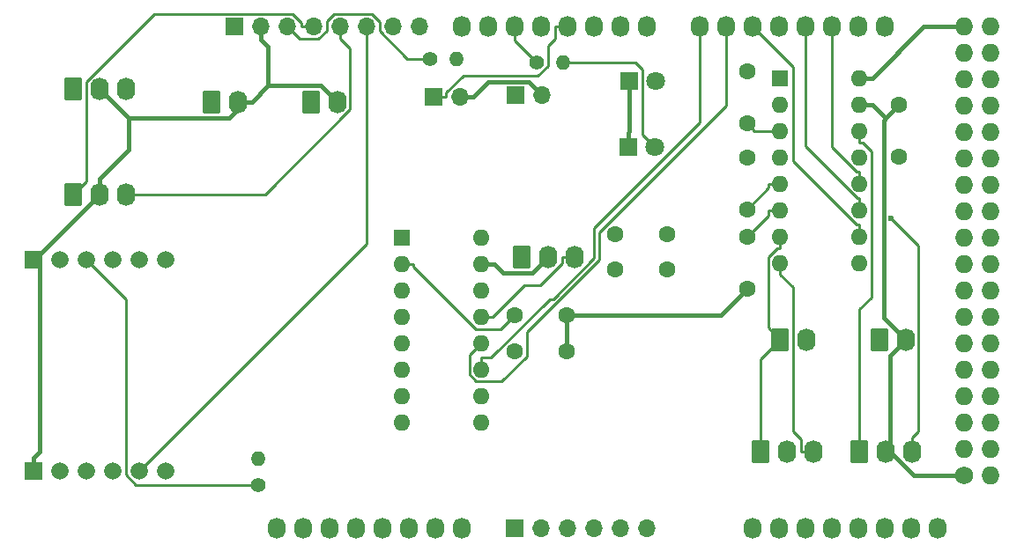
<source format=gbr>
G04 #@! TF.GenerationSoftware,KiCad,Pcbnew,(6.0.7-1)-1*
G04 #@! TF.CreationDate,2023-05-21T11:06:02+10:00*
G04 #@! TF.ProjectId,Arduino to Dual Serial,41726475-696e-46f2-9074-6f204475616c,rev?*
G04 #@! TF.SameCoordinates,Original*
G04 #@! TF.FileFunction,Copper,L2,Bot*
G04 #@! TF.FilePolarity,Positive*
%FSLAX46Y46*%
G04 Gerber Fmt 4.6, Leading zero omitted, Abs format (unit mm)*
G04 Created by KiCad (PCBNEW (6.0.7-1)-1) date 2023-05-21 11:06:02*
%MOMM*%
%LPD*%
G01*
G04 APERTURE LIST*
G04 Aperture macros list*
%AMRoundRect*
0 Rectangle with rounded corners*
0 $1 Rounding radius*
0 $2 $3 $4 $5 $6 $7 $8 $9 X,Y pos of 4 corners*
0 Add a 4 corners polygon primitive as box body*
4,1,4,$2,$3,$4,$5,$6,$7,$8,$9,$2,$3,0*
0 Add four circle primitives for the rounded corners*
1,1,$1+$1,$2,$3*
1,1,$1+$1,$4,$5*
1,1,$1+$1,$6,$7*
1,1,$1+$1,$8,$9*
0 Add four rect primitives between the rounded corners*
20,1,$1+$1,$2,$3,$4,$5,0*
20,1,$1+$1,$4,$5,$6,$7,0*
20,1,$1+$1,$6,$7,$8,$9,0*
20,1,$1+$1,$8,$9,$2,$3,0*%
G04 Aperture macros list end*
G04 #@! TA.AperFunction,ComponentPad*
%ADD10C,1.727200*%
G04 #@! TD*
G04 #@! TA.AperFunction,ComponentPad*
%ADD11O,1.727200X1.727200*%
G04 #@! TD*
G04 #@! TA.AperFunction,ComponentPad*
%ADD12O,1.727200X2.032000*%
G04 #@! TD*
G04 #@! TA.AperFunction,ComponentPad*
%ADD13R,1.700000X1.700000*%
G04 #@! TD*
G04 #@! TA.AperFunction,ComponentPad*
%ADD14O,1.700000X1.700000*%
G04 #@! TD*
G04 #@! TA.AperFunction,ComponentPad*
%ADD15R,1.800000X1.800000*%
G04 #@! TD*
G04 #@! TA.AperFunction,ComponentPad*
%ADD16C,1.800000*%
G04 #@! TD*
G04 #@! TA.AperFunction,ComponentPad*
%ADD17C,1.400000*%
G04 #@! TD*
G04 #@! TA.AperFunction,ComponentPad*
%ADD18O,1.400000X1.400000*%
G04 #@! TD*
G04 #@! TA.AperFunction,ComponentPad*
%ADD19C,1.600000*%
G04 #@! TD*
G04 #@! TA.AperFunction,ComponentPad*
%ADD20RoundRect,0.250000X-0.620000X-0.845000X0.620000X-0.845000X0.620000X0.845000X-0.620000X0.845000X0*%
G04 #@! TD*
G04 #@! TA.AperFunction,ComponentPad*
%ADD21O,1.740000X2.190000*%
G04 #@! TD*
G04 #@! TA.AperFunction,ComponentPad*
%ADD22R,1.665000X1.665000*%
G04 #@! TD*
G04 #@! TA.AperFunction,ComponentPad*
%ADD23C,1.665000*%
G04 #@! TD*
G04 #@! TA.AperFunction,ComponentPad*
%ADD24R,1.600000X1.600000*%
G04 #@! TD*
G04 #@! TA.AperFunction,ComponentPad*
%ADD25O,1.600000X1.600000*%
G04 #@! TD*
G04 #@! TA.AperFunction,ViaPad*
%ADD26C,0.600000*%
G04 #@! TD*
G04 #@! TA.AperFunction,Conductor*
%ADD27C,0.450000*%
G04 #@! TD*
G04 #@! TA.AperFunction,Conductor*
%ADD28C,0.250000*%
G04 #@! TD*
G04 APERTURE END LIST*
D10*
X197358000Y-114046000D03*
D11*
X199898000Y-114046000D03*
X197358000Y-111506000D03*
X199898000Y-111506000D03*
X197358000Y-108966000D03*
X199898000Y-108966000D03*
X197358000Y-106426000D03*
X199898000Y-106426000D03*
X197358000Y-103886000D03*
X199898000Y-103886000D03*
X197358000Y-101346000D03*
X199898000Y-101346000D03*
X197358000Y-98806000D03*
X199898000Y-98806000D03*
X197358000Y-96266000D03*
X199898000Y-96266000D03*
X197358000Y-93726000D03*
X199898000Y-93726000D03*
X197358000Y-91186000D03*
X199898000Y-91186000D03*
X197358000Y-88646000D03*
X199898000Y-88646000D03*
X197358000Y-86106000D03*
X199898000Y-86106000D03*
X197358000Y-83566000D03*
X199898000Y-83566000D03*
X197358000Y-81026000D03*
X199898000Y-81026000D03*
X197358000Y-78486000D03*
X199898000Y-78486000D03*
X197358000Y-75946000D03*
X199898000Y-75946000D03*
X197358000Y-73406000D03*
X199898000Y-73406000D03*
X197358000Y-70866000D03*
X199898000Y-70866000D03*
D12*
X131318000Y-119126000D03*
X133858000Y-119126000D03*
X136398000Y-119126000D03*
X138938000Y-119126000D03*
X141478000Y-119126000D03*
X144018000Y-119126000D03*
X146558000Y-119126000D03*
X149098000Y-119126000D03*
D13*
X154178000Y-119126000D03*
D14*
X156718000Y-119126000D03*
X159258000Y-119126000D03*
X161798000Y-119126000D03*
X164338000Y-119126000D03*
X166878000Y-119126000D03*
D12*
X177038000Y-119126000D03*
X179578000Y-119126000D03*
X182118000Y-119126000D03*
X184658000Y-119126000D03*
X187198000Y-119126000D03*
X189738000Y-119126000D03*
X192278000Y-119126000D03*
X194818000Y-119126000D03*
D13*
X127254000Y-70866000D03*
D14*
X129794000Y-70866000D03*
X132334000Y-70866000D03*
X134874000Y-70866000D03*
X137414000Y-70866000D03*
X139954000Y-70866000D03*
X142494000Y-70866000D03*
X145034000Y-70866000D03*
D12*
X149098000Y-70866000D03*
X151638000Y-70866000D03*
X154178000Y-70866000D03*
X156718000Y-70866000D03*
X159258000Y-70866000D03*
X161798000Y-70866000D03*
X164338000Y-70866000D03*
X166878000Y-70866000D03*
X171958000Y-70866000D03*
X174498000Y-70866000D03*
X177038000Y-70866000D03*
X179578000Y-70866000D03*
X182118000Y-70866000D03*
X184658000Y-70866000D03*
X187198000Y-70866000D03*
X189738000Y-70866000D03*
D15*
X165227000Y-76073000D03*
D16*
X167767000Y-76073000D03*
D15*
X165100000Y-82423000D03*
D16*
X167640000Y-82423000D03*
D13*
X154300000Y-77470000D03*
D14*
X156840000Y-77470000D03*
D13*
X146426000Y-77597000D03*
D14*
X148966000Y-77597000D03*
D17*
X146050000Y-73977500D03*
D18*
X148590000Y-73977500D03*
D17*
X156260000Y-74295000D03*
D18*
X158800000Y-74295000D03*
D19*
X176530000Y-91099000D03*
X176530000Y-96099000D03*
D20*
X125095000Y-78105000D03*
D21*
X127635000Y-78105000D03*
D22*
X107915000Y-113620000D03*
D23*
X110455000Y-113620000D03*
X112995000Y-113620000D03*
X115535000Y-113620000D03*
X118075000Y-113620000D03*
X120615000Y-113620000D03*
D22*
X107915000Y-93300000D03*
D23*
X110455000Y-93300000D03*
X112995000Y-93300000D03*
X115535000Y-93300000D03*
X118075000Y-93300000D03*
X120615000Y-93300000D03*
D19*
X163830000Y-90805000D03*
X168830000Y-90805000D03*
D20*
X189230000Y-100985000D03*
D21*
X191770000Y-100985000D03*
D19*
X191135000Y-83399000D03*
X191135000Y-78399000D03*
D20*
X177800000Y-111760000D03*
D21*
X180340000Y-111760000D03*
X182880000Y-111760000D03*
D20*
X111760000Y-87015000D03*
D21*
X114300000Y-87015000D03*
X116840000Y-87015000D03*
D20*
X187325000Y-111780000D03*
D21*
X189865000Y-111780000D03*
X192405000Y-111780000D03*
D20*
X154880000Y-93025000D03*
D21*
X157420000Y-93025000D03*
X159960000Y-93025000D03*
D19*
X154160000Y-98655000D03*
X159160000Y-98655000D03*
D20*
X179705000Y-100985000D03*
D21*
X182245000Y-100985000D03*
D24*
X143360000Y-91155000D03*
D25*
X143360000Y-93695000D03*
X143360000Y-96235000D03*
X143360000Y-98775000D03*
X143360000Y-101315000D03*
X143360000Y-103855000D03*
X143360000Y-106395000D03*
X143360000Y-108935000D03*
X150980000Y-108935000D03*
X150980000Y-106395000D03*
X150980000Y-103855000D03*
X150980000Y-101315000D03*
X150980000Y-98775000D03*
X150980000Y-96235000D03*
X150980000Y-93695000D03*
X150980000Y-91155000D03*
D20*
X111760000Y-76835000D03*
D21*
X114300000Y-76835000D03*
X116840000Y-76835000D03*
D19*
X176530000Y-75184000D03*
X176530000Y-80184000D03*
D24*
X179705000Y-75819000D03*
D25*
X179705000Y-78359000D03*
X179705000Y-80899000D03*
X179705000Y-83439000D03*
X179705000Y-85979000D03*
X179705000Y-88519000D03*
X179705000Y-91059000D03*
X179705000Y-93599000D03*
X187325000Y-93599000D03*
X187325000Y-91059000D03*
X187325000Y-88519000D03*
X187325000Y-85979000D03*
X187325000Y-83439000D03*
X187325000Y-80899000D03*
X187325000Y-78359000D03*
X187325000Y-75819000D03*
D19*
X163830000Y-94255000D03*
X168830000Y-94255000D03*
D20*
X134620000Y-78125000D03*
D21*
X137160000Y-78125000D03*
D19*
X154160000Y-102105000D03*
X159160000Y-102105000D03*
D17*
X129540000Y-114935000D03*
D18*
X129540000Y-112395000D03*
D19*
X176530000Y-83439000D03*
X176530000Y-88439000D03*
D26*
X190374600Y-89335700D03*
D27*
X173974000Y-98655000D02*
X176530000Y-96099000D01*
X189865000Y-111780000D02*
X190233400Y-111780000D01*
X189649300Y-98864300D02*
X189649300Y-79884700D01*
X159160000Y-102105000D02*
X159160000Y-98655000D01*
X187325000Y-78359000D02*
X188550300Y-78359000D01*
X189649300Y-79884700D02*
X189862700Y-79671300D01*
X153056600Y-94546300D02*
X155898700Y-94546300D01*
X190233400Y-111780000D02*
X190233400Y-102521600D01*
X150980000Y-93695000D02*
X152205300Y-93695000D01*
X155898700Y-94546300D02*
X157420000Y-93025000D01*
X188550300Y-78359000D02*
X189862700Y-79671300D01*
X189862700Y-79671300D02*
X191135000Y-78399000D01*
X192499400Y-114046000D02*
X190233400Y-111780000D01*
X191770000Y-100985000D02*
X189649300Y-98864300D01*
X159160000Y-98655000D02*
X173974000Y-98655000D01*
X190233400Y-102521600D02*
X191770000Y-100985000D01*
X197358000Y-114046000D02*
X192499400Y-114046000D01*
X152205300Y-93695000D02*
X153056600Y-94546300D01*
X193503300Y-70866000D02*
X197358000Y-70866000D01*
X187325000Y-75819000D02*
X188550300Y-75819000D01*
X188550300Y-75819000D02*
X193503300Y-70866000D01*
X114300000Y-87015000D02*
X114300000Y-85494700D01*
X117114600Y-82680100D02*
X114300000Y-85494700D01*
X114300000Y-87015000D02*
X108525600Y-92789400D01*
X128282700Y-78105000D02*
X128930300Y-78105000D01*
X165100000Y-82423000D02*
X165100000Y-81097700D01*
X107915000Y-113620000D02*
X107915000Y-112362200D01*
X108525600Y-92789400D02*
X108525600Y-93300000D01*
X130485200Y-72832500D02*
X130485200Y-76550100D01*
X108525600Y-93300000D02*
X108525600Y-111751600D01*
X117114600Y-79649600D02*
X117114600Y-82680100D01*
X117114600Y-79649600D02*
X114300000Y-76835000D01*
X148966000Y-77597000D02*
X150241300Y-77597000D01*
X108525600Y-111751600D02*
X107915000Y-112362200D01*
X151643700Y-76194600D02*
X155564600Y-76194600D01*
X150241300Y-77597000D02*
X151643700Y-76194600D01*
X126738100Y-79649600D02*
X117114600Y-79649600D01*
X137160000Y-78125000D02*
X135585100Y-76550100D01*
X128282700Y-78105000D02*
X126738100Y-79649600D01*
X127635000Y-78105000D02*
X128282700Y-78105000D01*
X107915000Y-93300000D02*
X108525600Y-93300000D01*
X165227000Y-76073000D02*
X165227000Y-80970700D01*
X129794000Y-72141300D02*
X130485200Y-72832500D01*
X135585100Y-76550100D02*
X130485200Y-76550100D01*
X129794000Y-70866000D02*
X129794000Y-72141300D01*
X165227000Y-80970700D02*
X165100000Y-81097700D01*
X130485200Y-76550100D02*
X128930300Y-78105000D01*
X155564600Y-76194600D02*
X156840000Y-77470000D01*
D28*
X134874000Y-70866000D02*
X133698700Y-70866000D01*
X111760000Y-87015000D02*
X113030500Y-85744500D01*
X133698700Y-70500700D02*
X133698700Y-70866000D01*
X113030500Y-85744500D02*
X113030500Y-76187400D01*
X113030500Y-76187400D02*
X119551600Y-69666300D01*
X132864300Y-69666300D02*
X133698700Y-70500700D01*
X119551600Y-69666300D02*
X132864300Y-69666300D01*
X116840000Y-87015000D02*
X130212000Y-87015000D01*
X130212000Y-87015000D02*
X138373300Y-78853700D01*
X138373300Y-73000600D02*
X137414000Y-72041300D01*
X137414000Y-70866000D02*
X137414000Y-72041300D01*
X138373300Y-78853700D02*
X138373300Y-73000600D01*
X166452400Y-75004400D02*
X166452400Y-81235400D01*
X166452400Y-81235400D02*
X167640000Y-82423000D01*
X158800000Y-74295000D02*
X165743000Y-74295000D01*
X165743000Y-74295000D02*
X166452400Y-75004400D01*
X140486100Y-69666000D02*
X141224000Y-70403900D01*
X136144000Y-71264400D02*
X136144000Y-70379100D01*
X133534000Y-72066000D02*
X135342400Y-72066000D01*
X141224000Y-70403900D02*
X141224000Y-71325100D01*
X136857100Y-69666000D02*
X140486100Y-69666000D01*
X143876400Y-73977500D02*
X146050000Y-73977500D01*
X136144000Y-70379100D02*
X136857100Y-69666000D01*
X135342400Y-72066000D02*
X136144000Y-71264400D01*
X141224000Y-71325100D02*
X143876400Y-73977500D01*
X132334000Y-70866000D02*
X133534000Y-72066000D01*
X156260000Y-74295000D02*
X154178000Y-72213000D01*
X154178000Y-72213000D02*
X154178000Y-70866000D01*
X157556100Y-97079200D02*
X151905600Y-102729700D01*
X150980000Y-103855000D02*
X150980000Y-102729700D01*
X151905600Y-102729700D02*
X150980000Y-102729700D01*
X171958000Y-70866000D02*
X171958000Y-80081200D01*
X171958000Y-80081200D02*
X161815900Y-90223300D01*
X161815900Y-90223300D02*
X161815900Y-93132500D01*
X161815900Y-93132500D02*
X157869200Y-97079200D01*
X157869200Y-97079200D02*
X157556100Y-97079200D01*
X162293500Y-90700900D02*
X174498000Y-78496400D01*
X162293500Y-93291800D02*
X162293500Y-90700900D01*
X174498000Y-78496400D02*
X174498000Y-70866000D01*
X152935300Y-104981700D02*
X155338500Y-102578500D01*
X155338500Y-100246800D02*
X162293500Y-93291800D01*
X150980000Y-101315000D02*
X149836100Y-102458900D01*
X150493900Y-104981700D02*
X152935300Y-104981700D01*
X149836100Y-102458900D02*
X149836100Y-104323900D01*
X155338500Y-102578500D02*
X155338500Y-100246800D01*
X149836100Y-104323900D02*
X150493900Y-104981700D01*
X180936700Y-74764700D02*
X177038000Y-70866000D01*
X180936700Y-83826700D02*
X180936700Y-74764700D01*
X187043700Y-89933700D02*
X180936700Y-83826700D01*
X187325000Y-89933700D02*
X187043700Y-89933700D01*
X187325000Y-91059000D02*
X187325000Y-89933700D01*
X187325000Y-88519000D02*
X187325000Y-87393700D01*
X187120500Y-87393700D02*
X182118000Y-82391200D01*
X187325000Y-87393700D02*
X187120500Y-87393700D01*
X182118000Y-82391200D02*
X182118000Y-70866000D01*
X187043700Y-84853700D02*
X184658000Y-82468000D01*
X187325000Y-84853700D02*
X187043700Y-84853700D01*
X184658000Y-82468000D02*
X184658000Y-70866000D01*
X187325000Y-85979000D02*
X187325000Y-84853700D01*
X149239600Y-75591400D02*
X156413800Y-75591400D01*
X147601300Y-77597000D02*
X147601300Y-77229700D01*
X147601300Y-77229700D02*
X149239600Y-75591400D01*
X159258000Y-70866000D02*
X158069100Y-70866000D01*
X157370700Y-74634500D02*
X157370700Y-72753300D01*
X158069100Y-72054900D02*
X158069100Y-70866000D01*
X157370700Y-72753300D02*
X158069100Y-72054900D01*
X146426000Y-77597000D02*
X147601300Y-77597000D01*
X156413800Y-75591400D02*
X157370700Y-74634500D01*
X118075000Y-113620000D02*
X139954000Y-91741000D01*
X139954000Y-91741000D02*
X139954000Y-70866000D01*
X178568000Y-99848000D02*
X179705000Y-100985000D01*
X179423700Y-92184300D02*
X178568000Y-93040000D01*
X177800000Y-102890000D02*
X179705000Y-100985000D01*
X177800000Y-111760000D02*
X177800000Y-102890000D01*
X179705000Y-91059000D02*
X179705000Y-92184300D01*
X179705000Y-92184300D02*
X179423700Y-92184300D01*
X178568000Y-93040000D02*
X178568000Y-99848000D01*
X181684700Y-110564700D02*
X181684700Y-111760000D01*
X180901400Y-95920700D02*
X180901400Y-109781400D01*
X179705000Y-93599000D02*
X179705000Y-94724300D01*
X179705000Y-94724300D02*
X180901400Y-95920700D01*
X180901400Y-109781400D02*
X181684700Y-110564700D01*
X182880000Y-111760000D02*
X181684700Y-111760000D01*
X192405000Y-111780000D02*
X192405000Y-110359700D01*
X190374600Y-89335700D02*
X192985400Y-91946500D01*
X192985400Y-109779300D02*
X192405000Y-110359700D01*
X192985400Y-91946500D02*
X192985400Y-109779300D01*
X188450300Y-82868200D02*
X187606400Y-82024300D01*
X187325000Y-80899000D02*
X187325000Y-82024300D01*
X187325000Y-98035800D02*
X188450300Y-96910500D01*
X187325000Y-111780000D02*
X187325000Y-98035800D01*
X187606400Y-82024300D02*
X187325000Y-82024300D01*
X188450300Y-96910500D02*
X188450300Y-82868200D01*
X129540000Y-114935000D02*
X117741200Y-114935000D01*
X116805000Y-97110000D02*
X112995000Y-93300000D01*
X117741200Y-114935000D02*
X116805000Y-113998800D01*
X116805000Y-113998800D02*
X116805000Y-97110000D01*
X179705000Y-80899000D02*
X177245000Y-80899000D01*
X177245000Y-80899000D02*
X176530000Y-80184000D01*
X152866500Y-99948500D02*
X154160000Y-98655000D01*
X144485300Y-93976300D02*
X150457500Y-99948500D01*
X143360000Y-93695000D02*
X144485300Y-93695000D01*
X150457500Y-99948500D02*
X152866500Y-99948500D01*
X144485300Y-93695000D02*
X144485300Y-93976300D01*
X179705000Y-85979000D02*
X178579700Y-85979000D01*
X178579700Y-86389300D02*
X178579700Y-85979000D01*
X176530000Y-88439000D02*
X178579700Y-86389300D01*
X179705000Y-88519000D02*
X178579700Y-88519000D01*
X178579700Y-88519000D02*
X178579700Y-89049300D01*
X178579700Y-89049300D02*
X176530000Y-91099000D01*
X158764700Y-93622600D02*
X158764700Y-93025000D01*
X156634200Y-95753100D02*
X158764700Y-93622600D01*
X159960000Y-93025000D02*
X158764700Y-93025000D01*
X150980000Y-98775000D02*
X152105300Y-98775000D01*
X155127200Y-95753100D02*
X156634200Y-95753100D01*
X152105300Y-98775000D02*
X155127200Y-95753100D01*
M02*

</source>
